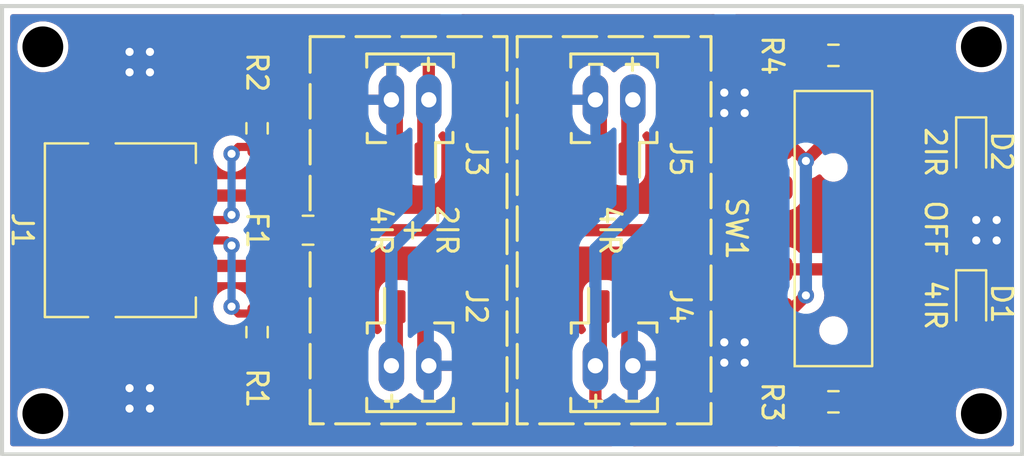
<source format=kicad_pcb>
(kicad_pcb (version 20240108) (generator "pcbnew") (generator_version "8.0")
  (layers (0 "F.Cu" signal) (31 "B.Cu" signal) (34 "B.Paste" user) (35 "F.Paste" user) (36 "B.SilkS" user "B.Silkscreen") (37 "F.SilkS" user "F.Silkscreen") (38 "B.Mask" user) (39 "F.Mask" user) (44 "Edge.Cuts" user))
  (net 0 "")
  (net 1 "GND")
  (net 2 "/CC1")
  (net 3 "/CC2")
  (net 4 "/VBUS")
  (net 5 "VCC_2IR")
  (net 6 "/Power_postFuse")
  (net 7 "Net-(D1-A)")
  (net 8 "Net-(D2-A)")
  (net 10 "VCC_4IR")
  (footprint "sensorstrip:Molex_Picoblade_53261-0271-Hybrid" (layer "F.Cu") (at 120 56.5)
    (property "Reference" "J3" (at 3.25 0 -90) (layer "F.SilkS"))
    (property "Value" "Conn_01x02_MountingPin")
    (fp_line (start -2.125 -4.5) (end -2.125 -5.15) (stroke (width 0.15)) (layer "F.SilkS"))
    (fp_line (start -2.1 -1.25) (end -2.1 -0.8) (stroke (width 0.15)) (layer "F.SilkS"))
    (fp_line (start -2.1 -0.8) (end -1.2 -0.8) (stroke (width 0.15)) (layer "F.SilkS"))
    (fp_line (start 1.25 -0.8) (end 1.25 0.9) (stroke (width 0.15)) (layer "F.SilkS"))
    (fp_line (start 2.1 -1.3) (end 2.1 -0.8) (stroke (width 0.15)) (layer "F.SilkS"))
    (fp_line (start 2.1 -0.8) (end 1.25 -0.8) (stroke (width 0.15)) (layer "F.SilkS"))
    (fp_line (start 2.125 -5.15) (end -2.125 -5.15) (stroke (width 0.15)) (layer "F.SilkS"))
    (fp_line (start 2.125 -4.5) (end 2.125 -5.15) (stroke (width 0.15)) (layer "F.SilkS"))
    (pad "1" smd custom (at 0.625 0) (size 0.8 0.8) (layers "F.Cu") (net 5 "VCC_2IR") (options (clearance outline) (anchor circle)) (primitives (gr_poly (pts (xy -0.4 -0.68) (xy -0.390866 -0.725922) (xy -0.364853 -0.764853) (xy -0.325922 -0.790866) (xy -0.28 -0.8) (xy 0.28 -0.8) (xy 0.325922 -0.790866) (xy 0.364853 -0.764853) (xy 0.390866 -0.725922) (xy 0.4 -0.68) (xy 0.4 0.68) (xy 0.390866 0.725922) (xy 0.364853 0.764853) (xy 0.325922 0.790866) (xy 0.28 0.8) (xy -0.28 0.8) (xy -0.325922 0.790866) (xy -0.364853 0.764853) (xy -0.390866 0.725922) (xy -0.4 0.68)) (width 0) (fill yes)) (gr_poly (pts (xy -0.225 -0.75) (xy -0.225 -2) (xy 0.775 -2) (xy 0.175 -1.4) (xy 0.175 -0.75)) (width 0.1) (fill yes))))
    (pad "1" smd roundrect (at 0.625 0) (size 0.8 1.6) (layers "F.Cu" "F.Paste" "F.Mask") (roundrect_rratio 0.15) (net 5 "VCC_2IR"))
    (pad "1" thru_hole oval (at 0.917 -2.9) (size 1.25 2.5) (drill 0.75) (layers "*.Cu" "*.Mask") (net 5 "VCC_2IR"))
    (pad "2" thru_hole oval (at -0.917 -2.9) (size 1.25 2.5) (drill 0.75) (layers "*.Cu" "*.Mask") (net 1 "GND"))
    (pad "2" smd custom (at -0.625 0) (size 0.8 0.8) (layers "F.Cu") (net 1 "GND") (options (clearance outline) (anchor circle)) (primitives (gr_poly (pts (xy -0.4 -0.68) (xy -0.390866 -0.725922) (xy -0.364853 -0.764853) (xy -0.325922 -0.790866) (xy -0.28 -0.8) (xy 0.28 -0.8) (xy 0.325922 -0.790866) (xy 0.364853 -0.764853) (xy 0.390866 -0.725922) (xy 0.4 -0.68) (xy 0.4 0.68) (xy 0.390866 0.725922) (xy 0.364853 0.764853) (xy 0.325922 0.790866) (xy 0.28 0.8) (xy -0.28 0.8) (xy -0.325922 0.790866) (xy -0.364853 0.764853) (xy -0.390866 0.725922) (xy -0.4 0.68)) (width 0) (fill yes)) (gr_line (start 0.025 0) (end 0.225 0) (width 0.1)) (gr_poly (pts (xy 0.225 -0.75) (xy 0.225 -2) (xy -0.775 -2) (xy -0.175 -1.4) (xy -0.175 -0.75)) (width 0.1) (fill yes))))
    (pad "2" smd roundrect (at -0.625 0) (size 0.8 1.6) (layers "F.Cu" "F.Paste" "F.Mask") (roundrect_rratio 0.15) (net 1 "GND"))
    (pad "MP" smd roundrect (at -3.175 -2.9) (size 2.1 3) (layers "F.Cu" "F.Paste" "F.Mask") (roundrect_rratio 0.12) (net 1 "GND"))
    (pad "MP" smd roundrect (at 3.175 -2.9) (size 2.1 3) (layers "F.Cu" "F.Paste" "F.Mask") (roundrect_rratio 0.12) (net 1 "GND"))
  )
  (footprint "Fuse:Fuse_0805_2012Metric_Pad1.15x1.40mm_HandSolder" (layer "F.Cu") (at 115 60)
    (property "Reference" "F1" (at -2.5 0 -90) (layer "F.SilkS"))
    (property "Value" "Polyfuse")
    (fp_line (start -0.261252 -0.71) (end 0.261252 -0.71) (stroke (width 0.12)) (layer "F.SilkS"))
    (fp_line (start -0.261252 0.71) (end 0.261252 0.71) (stroke (width 0.12)) (layer "F.SilkS"))
    (pad "1" smd roundrect (at -1.025 0) (size 1.15 1.4) (layers "F.Cu" "F.Paste" "F.Mask") (roundrect_rratio 0.2173913043) (net 4 "/VBUS"))
    (pad "2" smd roundrect (at 1.025 0) (size 1.15 1.4) (layers "F.Cu" "F.Paste" "F.Mask") (roundrect_rratio 0.2173913043) (net 6 "/Power_postFuse"))
  )
  (footprint "sensorstrip:K3-2336S-F1" (layer "F.Cu") (at 140.75 59.92 90)
    (property "Reference" "SW1" (at 0 -4.75 -90) (layer "F.SilkS"))
    (property "Value" "SW_DP3T")
    (fp_rect (start -6.75 -1.9) (end 6.75 1.9) (stroke (width 0.12)) (fill none) (layer "F.SilkS"))
    (pad "" np_thru_hole circle (at -5 0 180) (size 0.9 0.9) (drill 0.9) (layers "F&B.Cu" "*.Mask"))
    (pad "" np_thru_hole circle (at 3 0 180) (size 0.9 0.9) (drill 0.9) (layers "F&B.Cu" "*.Mask"))
    (pad "1" smd roundrect (at 4 -2.875) (size 1.75 1.2) (layers "F.Cu" "F.Paste" "F.Mask") (net 5 "VCC_2IR"))
    (pad "2" smd roundrect (at 2 -2.875) (size 1.75 1.2) (layers "F.Cu" "F.Paste" "F.Mask"))
    (pad "3" smd roundrect (at -2 -2.875 180) (size 1.75 1.2) (layers "F.Cu" "F.Paste" "F.Mask") (net 6 "/Power_postFuse"))
    (pad "4" smd roundrect (at -4 -2.875 180) (size 1.75 1.2) (layers "F.Cu" "F.Paste" "F.Mask") (net 5 "VCC_2IR"))
    (pad "5" smd roundrect (at 4 2.875) (size 1.75 1.2) (layers "F.Cu" "F.Paste" "F.Mask") (net 5 "VCC_2IR"))
    (pad "6" smd roundrect (at 2 2.875) (size 1.75 1.2) (layers "F.Cu" "F.Paste" "F.Mask"))
    (pad "7" smd roundrect (at -2 2.875 180) (size 1.75 1.2) (layers "F.Cu" "F.Paste" "F.Mask") (net 6 "/Power_postFuse"))
    (pad "8" smd roundrect (at -4 2.875 180) (size 1.75 1.2) (layers "F.Cu" "F.Paste" "F.Mask") (net 10 "VCC_4IR"))
  )
  (footprint "Resistor_SMD:R_0603_1608Metric_Pad0.98x0.95mm_HandSolder" (layer "F.Cu") (at 112.5 65 90)
    (property "Reference" "R1" (at -2.75 0 -90) (layer "F.SilkS"))
    (property "Value" "5.1K")
    (fp_line (start -0.254724 -0.5225) (end 0.254724 -0.5225) (stroke (width 0.12)) (layer "F.SilkS"))
    (fp_line (start -0.254724 0.5225) (end 0.254724 0.5225) (stroke (width 0.12)) (layer "F.SilkS"))
    (pad "1" smd roundrect (at -0.9125 0 90) (size 0.975 0.95) (layers "F.Cu" "F.Paste" "F.Mask") (net 1 "GND"))
    (pad "2" smd roundrect (at 0.9125 0 90) (size 0.975 0.95) (layers "F.Cu" "F.Paste" "F.Mask") (net 3 "/CC2"))
  )
  (footprint "LED_SMD:LED_0603_1608Metric_Pad1.05x0.95mm_HandSolder" (layer "F.Cu") (at 147.5 63.625 -90)
    (property "Reference" "D1" (at -0.025 -1.5 -90) (layer "F.SilkS"))
    (property "Value" "LED")
    (fp_line (start -1.66 0.735) (end 0.8 0.735) (stroke (width 0.12)) (layer "F.SilkS"))
    (fp_line (start -1.66 -0.735) (end -1.66 0.735) (stroke (width 0.12)) (layer "F.SilkS"))
    (fp_line (start 0.8 -0.735) (end -1.66 -0.735) (stroke (width 0.12)) (layer "F.SilkS"))
    (pad "1" smd roundrect (at -0.875 0 270) (size 1.05 0.95) (layers "F.Cu" "F.Paste" "F.Mask") (net 1 "GND"))
    (pad "2" smd roundrect (at 0.875 0 270) (size 1.05 0.95) (layers "F.Cu" "F.Paste" "F.Mask") (net 7 "Net-(D1-A)"))
  )
  (footprint "sensorstrip:Molex_Picoblade_53261-0271-Hybrid" (layer "F.Cu") (at 120 63.75 180)
    (property "Reference" "J2" (at -3.25 0 -90) (layer "F.SilkS"))
    (property "Value" "Conn_01x02_MountingPin")
    (fp_line (start 2.125 -4.5) (end 2.125 -5.15) (stroke (width 0.15)) (layer "F.SilkS"))
    (fp_line (start 2.125 -5.15) (end -2.125 -5.15) (stroke (width 0.15)) (layer "F.SilkS"))
    (fp_line (start 2.1 -0.8) (end 1.25 -0.8) (stroke (width 0.15)) (layer "F.SilkS"))
    (fp_line (start 2.1 -1.3) (end 2.1 -0.8) (stroke (width 0.15)) (layer "F.SilkS"))
    (fp_line (start 1.25 -0.8) (end 1.25 0.9) (stroke (width 0.15)) (layer "F.SilkS"))
    (fp_line (start -2.1 -0.8) (end -1.2 -0.8) (stroke (width 0.15)) (layer "F.SilkS"))
    (fp_line (start -2.1 -1.25) (end -2.1 -0.8) (stroke (width 0.15)) (layer "F.SilkS"))
    (fp_line (start -2.125 -4.5) (end -2.125 -5.15) (stroke (width 0.15)) (layer "F.SilkS"))
    (pad "1" smd custom (at 0.625 0 180) (size 0.8 0.8) (layers "F.Cu") (net 5 "VCC_2IR") (options (clearance outline) (anchor circle)) (primitives (gr_poly (pts (xy -0.4 -0.68) (xy -0.390866 -0.725922) (xy -0.364853 -0.764853) (xy -0.325922 -0.790866) (xy -0.28 -0.8) (xy 0.28 -0.8) (xy 0.325922 -0.790866) (xy 0.364853 -0.764853) (xy 0.390866 -0.725922) (xy 0.4 -0.68) (xy 0.4 0.68) (xy 0.390866 0.725922) (xy 0.364853 0.764853) (xy 0.325922 0.790866) (xy 0.28 0.8) (xy -0.28 0.8) (xy -0.325922 0.790866) (xy -0.364853 0.764853) (xy -0.390866 0.725922) (xy -0.4 0.68)) (width 0) (fill yes)) (gr_poly (pts (xy -0.225 -0.75) (xy -0.225 -2) (xy 0.775 -2) (xy 0.175 -1.4) (xy 0.175 -0.75)) (width 0.1) (fill yes))))
    (pad "1" smd roundrect (at 0.625 0 180) (size 0.8 1.6) (layers "F.Cu" "F.Paste" "F.Mask") (roundrect_rratio 0.15) (net 5 "VCC_2IR"))
    (pad "1" thru_hole oval (at 0.917 -2.9 180) (size 1.25 2.5) (drill 0.75) (layers "*.Cu" "*.Mask") (net 5 "VCC_2IR"))
    (pad "2" thru_hole oval (at -0.917 -2.9 180) (size 1.25 2.5) (drill 0.75) (layers "*.Cu" "*.Mask") (net 1 "GND"))
    (pad "2" smd custom (at -0.625 0 180) (size 0.8 0.8) (layers "F.Cu") (net 1 "GND") (options (clearance outline) (anchor circle)) (primitives (gr_poly (pts (xy -0.4 -0.68) (xy -0.390866 -0.725922) (xy -0.364853 -0.764853) (xy -0.325922 -0.790866) (xy -0.28 -0.8) (xy 0.28 -0.8) (xy 0.325922 -0.790866) (xy 0.364853 -0.764853) (xy 0.390866 -0.725922) (xy 0.4 -0.68) (xy 0.4 0.68) (xy 0.390866 0.725922) (xy 0.364853 0.764853) (xy 0.325922 0.790866) (xy 0.28 0.8) (xy -0.28 0.8) (xy -0.325922 0.790866) (xy -0.364853 0.764853) (xy -0.390866 0.725922) (xy -0.4 0.68)) (width 0) (fill yes)) (gr_line (start 0.025 0) (end 0.225 0) (width 0.1)) (gr_poly (pts (xy 0.225 -0.75) (xy 0.225 -2) (xy -0.775 -2) (xy -0.175 -1.4) (xy -0.175 -0.75)) (width 0.1) (fill yes))))
    (pad "2" smd roundrect (at -0.625 0 180) (size 0.8 1.6) (layers "F.Cu" "F.Paste" "F.Mask") (roundrect_rratio 0.15) (net 1 "GND"))
    (pad "MP" smd roundrect (at -3.175 -2.9 180) (size 2.1 3) (layers "F.Cu" "F.Paste" "F.Mask") (roundrect_rratio 0.12) (net 1 "GND"))
    (pad "MP" smd roundrect (at 3.175 -2.9 180) (size 2.1 3) (layers "F.Cu" "F.Paste" "F.Mask") (roundrect_rratio 0.12) (net 1 "GND"))
  )
  (footprint "LED_SMD:LED_0603_1608Metric_Pad1.05x0.95mm_HandSolder" (layer "F.Cu") (at 147.5 56.125 -90)
    (property "Reference" "D2" (at 0 -1.5 -90) (layer "F.SilkS"))
    (property "Value" "LED")
    (fp_line (start -1.66 0.735) (end 0.8 0.735) (stroke (width 0.12)) (layer "F.SilkS"))
    (fp_line (start -1.66 -0.735) (end -1.66 0.735) (stroke (width 0.12)) (layer "F.SilkS"))
    (fp_line (start 0.8 -0.735) (end -1.66 -0.735) (stroke (width 0.12)) (layer "F.SilkS"))
    (pad "1" smd roundrect (at -0.875 0 270) (size 1.05 0.95) (layers "F.Cu" "F.Paste" "F.Mask") (net 1 "GND"))
    (pad "2" smd roundrect (at 0.875 0 270) (size 1.05 0.95) (layers "F.Cu" "F.Paste" "F.Mask") (net 8 "Net-(D2-A)"))
  )
  (footprint "Resistor_SMD:R_0603_1608Metric_Pad0.98x0.95mm_HandSolder" (layer "F.Cu") (at 140.75 68.42 180)
    (property "Reference" "R3" (at 3 0 -90) (layer "F.SilkS"))
    (property "Value" "1K")
    (fp_line (start -0.254724 0.5225) (end 0.254724 0.5225) (stroke (width 0.12)) (layer "F.SilkS"))
    (fp_line (start -0.254724 -0.5225) (end 0.254724 -0.5225) (stroke (width 0.12)) (layer "F.SilkS"))
    (pad "1" smd roundrect (at -0.9125 0 180) (size 0.975 0.95) (layers "F.Cu" "F.Paste" "F.Mask") (net 7 "Net-(D1-A)"))
    (pad "2" smd roundrect (at 0.9125 0 180) (size 0.975 0.95) (layers "F.Cu" "F.Paste" "F.Mask") (net 10 "VCC_4IR"))
  )
  (footprint "sensorstrip:MountingHole-2mm-NPTH" (layer "F.Cu") (at 148 69)
    (property "Reference" "REF**" (hide yes))
    (property "Value" "MountingHole-2mm-NPTH" (hide yes))
    (pad "" np_thru_hole circle (at 0 0) (size 3 3) (drill 2) (layers "*.Mask"))
  )
  (footprint "sensorstrip:MountingHole-2mm-NPTH" (layer "F.Cu") (at 148 51)
    (property "Reference" "REF**" (hide yes))
    (property "Value" "MountingHole-2mm-NPTH" (hide yes))
    (pad "" np_thru_hole circle (at 0 0) (size 3 3) (drill 2) (layers "*.Mask"))
  )
  (footprint "sensorstrip:DEALON USB Type-C 6Pin" (layer "F.Cu") (at 109 60 -90)
    (property "Reference" "J1" (at 0 8 -90) (layer "F.SilkS"))
    (property "Value" "USB_C_Receptacle_PowerOnly")
    (fp_line (start -4.26 6.9) (end 4.26 6.9) (stroke (width 0.12)) (layer "F.SilkS"))
    (fp_line (start -4.26 4.78) (end -4.26 6.9) (stroke (width 0.12)) (layer "F.SilkS"))
    (fp_line (start 4.26 4.78) (end 4.26 6.9) (stroke (width 0.12)) (layer "F.SilkS"))
    (fp_line (start 4.26 3.43) (end 4.26 -0.5) (stroke (width 0.12)) (layer "F.SilkS"))
    (fp_line (start -4.26 -0.5) (end -4.26 3.43) (stroke (width 0.12)) (layer "F.SilkS"))
    (fp_line (start -3.3 -0.5) (end -4.25 -0.5) (stroke (width 0.12)) (layer "F.SilkS"))
    (fp_line (start 4.26 -0.5) (end 3.3 -0.5) (stroke (width 0.12)) (layer "F.SilkS"))
    (pad "A5" smd rect (at -0.5 0 270) (size 0.7 1) (layers "F.Cu" "F.Paste" "F.Mask") (net 2 "/CC1"))
    (pad "A9" smd rect (at 1.52 0 270) (size 0.8 1) (layers "F.Cu" "F.Paste" "F.Mask") (net 4 "/VBUS"))
    (pad "A12" smd rect (at 2.75 0 270) (size 0.9 1) (layers "F.Cu" "F.Paste" "F.Mask") (net 1 "GND"))
    (pad "B5" smd rect (at 0.5 0 270) (size 0.7 1) (layers "F.Cu" "F.Paste" "F.Mask") (net 3 "/CC2"))
    (pad "B9" smd rect (at -1.52 0 270) (size 0.8 1) (layers "F.Cu" "F.Paste" "F.Mask") (net 4 "/VBUS"))
    (pad "B12" smd rect (at -2.75 0 270) (size 0.9 1) (layers "F.Cu" "F.Paste" "F.Mask") (net 1 "GND"))
    (pad "S1" smd rect (at -5.42 4.1 270) (size 2.4 1.2) (layers "F.Cu" "F.Paste" "F.Mask") (net 1 "GND"))
    (pad "S1" smd rect (at -5.32 0.5 270) (size 2 1) (layers "F.Cu" "F.Paste" "F.Mask") (net 1 "GND"))
    (pad "S1" smd rect (at 5.32 0.5 270) (size 2 1) (layers "F.Cu" "F.Paste" "F.Mask") (net 1 "GND"))
    (pad "S1" smd rect (at 5.42 4.1 270) (size 2.4 1.2) (layers "F.Cu" "F.Paste" "F.Mask") (net 1 "GND"))
  )
  (footprint "Resistor_SMD:R_0603_1608Metric_Pad0.98x0.95mm_HandSolder" (layer "F.Cu") (at 112.5 55 -90)
    (property "Reference" "R2" (at -2.75 0 -90) (layer "F.SilkS"))
    (property "Value" "5.1K")
    (fp_line (start -0.254724 0.5225) (end 0.254724 0.5225) (stroke (width 0.12)) (layer "F.SilkS"))
    (fp_line (start -0.254724 -0.5225) (end 0.254724 -0.5225) (stroke (width 0.12)) (layer "F.SilkS"))
    (pad "1" smd roundrect (at -0.9125 0 270) (size 0.975 0.95) (layers "F.Cu" "F.Paste" "F.Mask") (net 1 "GND"))
    (pad "2" smd roundrect (at 0.9125 0 270) (size 0.975 0.95) (layers "F.Cu" "F.Paste" "F.Mask") (net 2 "/CC1"))
  )
  (footprint "sensorstrip:Molex_Picoblade_53261-0271-Hybrid" (layer "F.Cu") (at 130 63.75 180)
    (property "Reference" "J4" (at -3.25 0 -90) (layer "F.SilkS"))
    (property "Value" "Conn_01x02_MountingPin")
    (fp_line (start 2.125 -4.5) (end 2.125 -5.15) (stroke (width 0.15)) (layer "F.SilkS"))
    (fp_line (start 2.125 -5.15) (end -2.125 -5.15) (stroke (width 0.15)) (layer "F.SilkS"))
    (fp_line (start 2.1 -0.8) (end 1.25 -0.8) (stroke (width 0.15)) (layer "F.SilkS"))
    (fp_line (start 2.1 -1.3) (end 2.1 -0.8) (stroke (width 0.15)) (layer "F.SilkS"))
    (fp_line (start 1.25 -0.8) (end 1.25 0.9) (stroke (width 0.15)) (layer "F.SilkS"))
    (fp_line (start -2.1 -0.8) (end -1.2 -0.8) (stroke (width 0.15)) (layer "F.SilkS"))
    (fp_line (start -2.1 -1.25) (end -2.1 -0.8) (stroke (width 0.15)) (layer "F.SilkS"))
    (fp_line (start -2.125 -4.5) (end -2.125 -5.15) (stroke (width 0.15)) (layer "F.SilkS"))
    (pad "1" smd custom (at 0.625 0 180) (size 0.8 0.8) (layers "F.Cu") (net 10 "VCC_4IR") (options (clearance outline) (anchor circle)) (primitives (gr_poly (pts (xy -0.4 -0.68) (xy -0.390866 -0.725922) (xy -0.364853 -0.764853) (xy -0.325922 -0.790866) (xy -0.28 -0.8) (xy 0.28 -0.8) (xy 0.325922 -0.790866) (xy 0.364853 -0.764853) (xy 0.390866 -0.725922) (xy 0.4 -0.68) (xy 0.4 0.68) (xy 0.390866 0.725922) (xy 0.364853 0.764853) (xy 0.325922 0.790866) (xy 0.28 0.8) (xy -0.28 0.8) (xy -0.325922 0.790866) (xy -0.364853 0.764853) (xy -0.390866 0.725922) (xy -0.4 0.68)) (width 0) (fill yes)) (gr_poly (pts (xy -0.225 -0.75) (xy -0.225 -2) (xy 0.775 -2) (xy 0.175 -1.4) (xy 0.175 -0.75)) (width 0.1) (fill yes))))
    (pad "1" smd roundrect (at 0.625 0 180) (size 0.8 1.6) (layers "F.Cu" "F.Paste" "F.Mask") (roundrect_rratio 0.15) (net 10 "VCC_4IR"))
    (pad "1" thru_hole oval (at 0.917 -2.9 180) (size 1.25 2.5) (drill 0.75) (layers "*.Cu" "*.Mask") (net 10 "VCC_4IR"))
    (pad "2" thru_hole oval (at -0.917 -2.9 180) (size 1.25 2.5) (drill 0.75) (layers "*.Cu" "*.Mask") (net 1 "GND"))
    (pad "2" smd custom (at -0.625 0 180) (size 0.8 0.8) (layers "F.Cu") (net 1 "GND") (options (clearance outline) (anchor circle)) (primitives (gr_poly (pts (xy -0.4 -0.68) (xy -0.390866 -0.725922) (xy -0.364853 -0.764853) (xy -0.325922 -0.790866) (xy -0.28 -0.8) (xy 0.28 -0.8) (xy 0.325922 -0.790866) (xy 0.364853 -0.764853) (xy 0.390866 -0.725922) (xy 0.4 -0.68) (xy 0.4 0.68) (xy 0.390866 0.725922) (xy 0.364853 0.764853) (xy 0.325922 0.790866) (xy 0.28 0.8) (xy -0.28 0.8) (xy -0.325922 0.790866) (xy -0.364853 0.764853) (xy -0.390866 0.725922) (xy -0.4 0.68)) (width 0) (fill yes)) (gr_line (start 0.025 0) (end 0.225 0) (width 0.1)) (gr_poly (pts (xy 0.225 -0.75) (xy 0.225 -2) (xy -0.775 -2) (xy -0.175 -1.4) (xy -0.175 -0.75)) (width 0.1) (fill yes))))
    (pad "2" smd roundrect (at -0.625 0 180) (size 0.8 1.6) (layers "F.Cu" "F.Paste" "F.Mask") (roundrect_rratio 0.15) (net 1 "GND"))
    (pad "MP" smd roundrect (at -3.175 -2.9 180) (size 2.1 3) (layers "F.Cu" "F.Paste" "F.Mask") (roundrect_rratio 0.12) (net 1 "GND"))
    (pad "MP" smd roundrect (at 3.175 -2.9 180) (size 2.1 3) (layers "F.Cu" "F.Paste" "F.Mask") (roundrect_rratio 0.12) (net 1 "GND"))
  )
  (footprint "sensorstrip:MountingHole-2mm-NPTH" (layer "F.Cu") (at 102 51)
    (property "Reference" "REF**" (hide yes))
    (property "Value" "MountingHole-2mm-NPTH" (hide yes))
    (pad "" np_thru_hole circle (at 0 0) (size 3 3) (drill 2) (layers "*.Mask"))
  )
  (footprint "Resistor_SMD:R_0603_1608Metric_Pad0.98x0.95mm_HandSolder" (layer "F.Cu") (at 140.75 51.42 180)
    (property "Reference" "R4" (at 3 0 -90) (layer "F.SilkS"))
    (property "Value" "1K")
    (fp_line (start -0.254724 0.5225) (end 0.254724 0.5225) (stroke (width 0.12)) (layer "F.SilkS"))
    (fp_line (start -0.254724 -0.5225) (end 0.254724 -0.5225) (stroke (width 0.12)) (layer "F.SilkS"))
    (pad "1" smd roundrect (at -0.9125 0 180) (size 0.975 0.95) (layers "F.Cu" "F.Paste" "F.Mask") (net 8 "Net-(D2-A)"))
    (pad "2" smd roundrect (at 0.9125 0 180) (size 0.975 0.95) (layers "F.Cu" "F.Paste" "F.Mask") (net 5 "VCC_2IR"))
  )
  (footprint "sensorstrip:Molex_Picoblade_53261-0271-Hybrid" (layer "F.Cu") (at 130 56.5)
    (property "Reference" "J5" (at 3.25 0 -90) (layer "F.SilkS"))
    (property "Value" "Conn_01x02_MountingPin")
    (fp_line (start -2.125 -4.5) (end -2.125 -5.15) (stroke (width 0.15)) (layer "F.SilkS"))
    (fp_line (start -2.1 -1.25) (end -2.1 -0.8) (stroke (width 0.15)) (layer "F.SilkS"))
    (fp_line (start -2.1 -0.8) (end -1.2 -0.8) (stroke (width 0.15)) (layer "F.SilkS"))
    (fp_line (start 1.25 -0.8) (end 1.25 0.9) (stroke (width 0.15)) (layer "F.SilkS"))
    (fp_line (start 2.1 -1.3) (end 2.1 -0.8) (stroke (width 0.15)) (layer "F.SilkS"))
    (fp_line (start 2.1 -0.8) (end 1.25 -0.8) (stroke (width 0.15)) (layer "F.SilkS"))
    (fp_line (start 2.125 -5.15) (end -2.125 -5.15) (stroke (width 0.15)) (layer "F.SilkS"))
    (fp_line (start 2.125 -4.5) (end 2.125 -5.15) (stroke (width 0.15)) (layer "F.SilkS"))
    (pad "1" smd custom (at 0.625 0) (size 0.8 0.8) (layers "F.Cu") (net 10 "VCC_4IR") (options (clearance outline) (anchor circle)) (primitives (gr_poly (pts (xy -0.4 -0.68) (xy -0.390866 -0.725922) (xy -0.364853 -0.764853) (xy -0.325922 -0.790866) (xy -0.28 -0.8) (xy 0.28 -0.8) (xy 0.325922 -0.790866) (xy 0.364853 -0.764853) (xy 0.390866 -0.725922) (xy 0.4 -0.68) (xy 0.4 0.68) (xy 0.390866 0.725922) (xy 0.364853 0.764853) (xy 0.325922 0.790866) (xy 0.28 0.8) (xy -0.28 0.8) (xy -0.325922 0.790866) (xy -0.364853 0.764853) (xy -0.390866 0.725922) (xy -0.4 0.68)) (width 0) (fill yes)) (gr_poly (pts (xy -0.225 -0.75) (xy -0.225 -2) (xy 0.775 -2) (xy 0.175 -1.4) (xy 0.175 -0.75)) (width 0.1) (fill yes))))
    (pad "1" smd roundrect (at 0.625 0) (size 0.8 1.6) (layers "F.Cu" "F.Paste" "F.Mask") (roundrect_rratio 0.15) (net 10 "VCC_4IR"))
    (pad "1" thru_hole oval (at 0.917 -2.9) (size 1.25 2.5) (drill 0.75) (layers "*.Cu" "*.Mask") (net 10 "VCC_4IR"))
    (pad "2" thru_hole oval (at -0.917 -2.9) (size 1.25 2.5) (drill 0.75) (layers "*.Cu" "*.Mask") (net 1 "GND"))
    (pad "2" smd custom (at -0.625 0) (size 0.8 0.8) (layers "F.Cu") (net 1 "GND") (options (clearance outline) (anchor circle)) (primitives (gr_poly (pts (xy -0.4 -0.68) (xy -0.390866 -0.725922) (xy -0.364853 -0.764853) (xy -0.325922 -0.790866) (xy -0.28 -0.8) (xy 0.28 -0.8) (xy 0.325922 -0.790866) (xy 0.364853 -0.764853) (xy 0.390866 -0.725922) (xy 0.4 -0.68) (xy 0.4 0.68) (xy 0.390866 0.725922) (xy 0.364853 0.764853) (xy 0.325922 0.790866) (xy 0.28 0.8) (xy -0.28 0.8) (xy -0.325922 0.790866) (xy -0.364853 0.764853) (xy -0.390866 0.725922) (xy -0.4 0.68)) (width 0) (fill yes)) (gr_line (start 0.025 0) (end 0.225 0) (width 0.1)) (gr_poly (pts (xy 0.225 -0.75) (xy 0.225 -2) (xy -0.775 -2) (xy -0.175 -1.4) (xy -0.175 -0.75)) (width 0.1) (fill yes))))
    (pad "2" smd roundrect (at -0.625 0) (size 0.8 1.6) (layers "F.Cu" "F.Paste" "F.Mask") (roundrect_rratio 0.15) (net 1 "GND"))
    (pad "MP" smd roundrect (at -3.175 -2.9) (size 2.1 3) (layers "F.Cu" "F.Paste" "F.Mask") (roundrect_rratio 0.12) (net 1 "GND"))
    (pad "MP" smd roundrect (at 3.175 -2.9) (size 2.1 3) (layers "F.Cu" "F.Paste" "F.Mask") (roundrect_rratio 0.12) (net 1 "GND"))
  )
  (footprint "sensorstrip:MountingHole-2mm-NPTH" (layer "F.Cu") (at 102 69)
    (property "Reference" "REF**" (hide yes))
    (property "Value" "MountingHole-2mm-NPTH" (hide yes))
    (pad "" np_thru_hole circle (at 0 0) (size 3 3) (drill 2) (layers "*.Mask"))
  )
  (gr_line (start 115.1 50.5) (end 124.75 50.5) (stroke (width 0.15) (type dash)) (layer "F.SilkS"))
  (gr_line (start 115.1 59) (end 115.1 50.5) (stroke (width 0.15) (type dash)) (layer "F.SilkS"))
  (gr_line (start 115.1 69.5) (end 115.1 61) (stroke (width 0.15) (type dash)) (layer "F.SilkS"))
  (gr_line (start 124.75 50.5) (end 124.75 69.5) (stroke (width 0.15) (type dash)) (layer "F.SilkS"))
  (gr_rect (start 125.25 50.5) (end 134.75 69.5) (stroke (width 0.15) (type dash)) (fill none) (layer "F.SilkS"))
  (gr_line (start 124.75 69.5) (end 115.1 69.5) (stroke (width 0.15) (type dash)) (layer "F.SilkS"))
  (gr_rect (start 100 49) (end 150 71) (stroke (width 0.2)) (fill none) (layer "Edge.Cuts"))
  (gr_text "OFF" (at 145.75 59.92 -90) (layer "F.SilkS") (effects (font (size 1 1))))
  (gr_text "4IR" (at 129.8 60 270) (layer "F.SilkS") (effects (font (size 1 1))))
  (gr_text "2IR\n+\n4IR" (at 120.2 60 270) (layer "F.SilkS") (effects (font (size 1 1))))
  (gr_text "+" (at 130.9 51.8 0) (layer "F.SilkS") (effects (font (size 0.8 0.8))))
  (gr_text "-" (at 120.9 68.45 180) (layer "F.SilkS") (effects (font (size 0.8 0.8))))
  (gr_text "4IR" (at 145.75 63.67 -90) (layer "F.SilkS") (effects (font (size 1 1))))
  (gr_text "+" (at 120.9 51.8 0) (layer "F.SilkS") (effects (font (size 0.8 0.8))))
  (gr_text "-" (at 119.1 51.8 0) (layer "F.SilkS") (effects (font (size 0.8 0.8))))
  (gr_text "-" (at 130.9 68.45 180) (layer "F.SilkS") (effects (font (size 0.8 0.8))))
  (gr_text "-" (at 129.1 51.8 0) (layer "F.SilkS") (effects (font (size 0.8 0.8))))
  (gr_text "+" (at 119.1 68.45 180) (layer "F.SilkS") (effects (font (size 0.8 0.8))))
  (gr_text "2IR" (at 145.75 56.17 -90) (layer "F.SilkS") (effects (font (size 1 1) (thickness 0.15) (bold yes))))
  (gr_text "+" (at 129.1 68.45 180) (layer "F.SilkS") (effects (font (size 0.8 0.8))))
  (via (at 107.25 51.25) (size 0.8) (drill 0.4) (layers "F.Cu" "B.Cu") (net 1))
  (via (at 147.75 59.5) (size 0.8) (drill 0.4) (layers "F.Cu" "B.Cu") (net 1))
  (via (at 136.4 66.5) (size 0.8) (drill 0.4) (layers "F.Cu" "B.Cu") (net 1))
  (via (at 106.25 68.75) (size 0.8) (drill 0.4) (layers "F.Cu" "B.Cu") (net 1))
  (via (at 148.75 60.5) (size 0.8) (drill 0.4) (layers "F.Cu" "B.Cu") (net 1))
  (via (at 107.25 67.75) (size 0.8) (drill 0.4) (layers "F.Cu" "B.Cu") (net 1))
  (via (at 106.25 67.75) (size 0.8) (drill 0.4) (layers "F.Cu" "B.Cu") (net 1))
  (via (at 135.4 54.25) (size 0.8) (drill 0.4) (layers "F.Cu" "B.Cu") (net 1))
  (via (at 135.4 53.25) (size 0.8) (drill 0.4) (layers "F.Cu" "B.Cu") (net 1))
  (via (at 135.4 65.5) (size 0.8) (drill 0.4) (layers "F.Cu" "B.Cu") (net 1))
  (via (at 106.25 51.25) (size 0.8) (drill 0.4) (layers "F.Cu" "B.Cu") (net 1))
  (via (at 148.75 59.5) (size 0.8) (drill 0.4) (layers "F.Cu" "B.Cu") (net 1))
  (via (at 106.25 52.25) (size 0.8) (drill 0.4) (layers "F.Cu" "B.Cu") (net 1))
  (via (at 147.75 60.5) (size 0.8) (drill 0.4) (layers "F.Cu" "B.Cu") (net 1))
  (via (at 135.4 66.5) (size 0.8) (drill 0.4) (layers "F.Cu" "B.Cu") (net 1))
  (via (at 136.4 53.25) (size 0.8) (drill 0.4) (layers "F.Cu" "B.Cu") (net 1))
  (via (at 136.4 54.25) (size 0.8) (drill 0.4) (layers "F.Cu" "B.Cu") (net 1))
  (via (at 107.25 52.25) (size 0.8) (drill 0.4) (layers "F.Cu" "B.Cu") (net 1))
  (via (at 136.4 65.5) (size 0.8) (drill 0.4) (layers "F.Cu" "B.Cu") (net 1))
  (via (at 107.25 68.75) (size 0.8) (drill 0.4) (layers "F.Cu" "B.Cu") (net 1))
  (segment (start 111.5875 55.9125) (end 111.25 56.25) (width 0.4) (layer "F.Cu") (net 2))
  (segment (start 111 59.5) (end 111.25 59.25) (width 0.4) (layer "F.Cu") (net 2))
  (segment (start 109 59.5) (end 111 59.5) (width 0.4) (layer "F.Cu") (net 2))
  (segment (start 112.5 55.9125) (end 111.5875 55.9125) (width 0.4) (layer "F.Cu") (net 2))
  (via (at 111.25 56.25) (size 0.8) (drill 0.4) (layers "F.Cu" "B.Cu") (net 2))
  (via (at 111.25 59.25) (size 0.8) (drill 0.4) (layers "F.Cu" "B.Cu") (net 2))
  (segment (start 111.25 59.25) (end 111.25 56.25) (width 0.4) (layer "B.Cu") (net 2))
  (segment (start 112.5 64.0875) (end 111.5875 64.0875) (width 0.4) (layer "F.Cu") (net 3))
  (segment (start 111.5875 64.0875) (end 111.25 63.75) (width 0.4) (layer "F.Cu") (net 3))
  (segment (start 109 60.5) (end 111 60.5) (width 0.4) (layer "F.Cu") (net 3))
  (segment (start 111 60.5) (end 111.25 60.75) (width 0.4) (layer "F.Cu") (net 3))
  (via (at 111.25 63.75) (size 0.8) (drill 0.4) (layers "F.Cu" "B.Cu") (net 3))
  (via (at 111.25 60.75) (size 0.8) (drill 0.4) (layers "F.Cu" "B.Cu") (net 3))
  (segment (start 111.25 60.75) (end 111.25 63.75) (width 0.4) (layer "B.Cu") (net 3))
  (segment (start 112.8 58.3) (end 113.975 59.475) (width 0.6) (layer "F.Cu") (net 4))
  (segment (start 109 58.48) (end 110.1 58.48) (width 0.6) (layer "F.Cu") (net 4))
  (segment (start 113.975 60.575) (end 113.975 60.05) (width 0.6) (layer "F.Cu") (net 4))
  (segment (start 110.28 58.3) (end 112.8 58.3) (width 0.6) (layer "F.Cu") (net 4))
  (segment (start 110.1 58.48) (end 110.28 58.3) (width 0.6) (layer "F.Cu") (net 4))
  (segment (start 110.28 61.75) (end 112.8 61.75) (width 0.6) (layer "F.Cu") (net 4))
  (segment (start 110.1 61.57) (end 110.28 61.75) (width 0.6) (layer "F.Cu") (net 4))
  (segment (start 109 61.57) (end 110.1 61.57) (width 0.6) (layer "F.Cu") (net 4))
  (segment (start 112.8 61.75) (end 113.975 60.575) (width 0.6) (layer "F.Cu") (net 4))
  (segment (start 113.975 59.475) (end 113.975 60) (width 0.6) (layer "F.Cu") (net 4))
  (segment (start 134.85 49.7) (end 137.875 52.725) (width 0.6) (layer "F.Cu") (net 5))
  (segment (start 139.4 56.6) (end 140.08 55.92) (width 0.6) (layer "F.Cu") (net 5))
  (segment (start 138.72 55.92) (end 139.4 56.6) (width 0.6) (layer "F.Cu") (net 5))
  (segment (start 138.68 63.92) (end 139.4 63.2) (width 0.6) (layer "F.Cu") (net 5))
  (segment (start 120.917 51.383) (end 120.917 53.6) (width 0.6) (layer "F.Cu") (net 5))
  (segment (start 122.6 49.7) (end 120.917 51.383) (width 0.6) (layer "F.Cu") (net 5))
  (segment (start 137.875 55.92) (end 138.72 55.92) (width 0.6) (layer "F.Cu") (net 5))
  (segment (start 139.8375 51.42) (end 139.18 51.42) (width 0.6) (layer "F.Cu") (net 5))
  (segment (start 137.875 63.92) (end 138.68 63.92) (width 0.6) (layer "F.Cu") (net 5))
  (segment (start 134.85 49.7) (end 122.6 49.7) (width 0.6) (layer "F.Cu") (net 5))
  (segment (start 140.08 55.92) (end 143.625 55.92) (width 0.6) (layer "F.Cu") (net 5))
  (segment (start 137.875 52.725) (end 137.875 55.92) (width 0.6) (layer "F.Cu") (net 5))
  (segment (start 139.18 51.42) (end 137.875 52.725) (width 0.6) (layer "F.Cu") (net 5))
  (via (at 139.4 56.6) (size 0.8) (drill 0.4) (layers "F.Cu" "B.Cu") (net 5))
  (via (at 139.4 63.2) (size 0.8) (drill 0.4) (layers "F.Cu" "B.Cu") (net 5))
  (segment (start 120.917 59.083) (end 120.917 53.6) (width 0.6) (layer "B.Cu") (net 5))
  (segment (start 119.083 66.65) (end 119.083 60.917) (width 0.6) (layer "B.Cu") (net 5))
  (segment (start 119.083 60.917) (end 120.917 59.083) (width 0.6) (layer "B.Cu") (net 5))
  (segment (start 139.4 63.2) (end 139.4 56.6) (width 0.6) (layer "B.Cu") (net 5))
  (segment (start 116.025 60) (end 135.955 60) (width 0.6) (layer "F.Cu") (net 6))
  (segment (start 135.955 60) (end 137.875 61.92) (width 0.6) (layer "F.Cu") (net 6))
  (segment (start 143.625 61.92) (end 137.875 61.92) (width 0.6) (layer "F.Cu") (net 6))
  (segment (start 146.3 64.5) (end 147.5 64.5) (width 0.6) (layer "F.Cu") (net 7))
  (segment (start 141.6625 68.42) (end 142.38 68.42) (width 0.6) (layer "F.Cu") (net 7))
  (segment (start 142.38 68.42) (end 146.3 64.5) (width 0.6) (layer "F.Cu") (net 7))
  (segment (start 147.5 57) (end 147.2425 57) (width 0.6) (layer "F.Cu") (net 8))
  (segment (start 147.2425 57) (end 141.6625 51.42) (width 0.6) (layer "F.Cu") (net 8))
  (segment (start 143.625 63.92) (end 139.8375 67.7075) (width 0.6) (layer "F.Cu") (net 10))
  (segment (start 131 70.3) (end 129.083 68.383) (width 0.6) (layer "F.Cu") (net 10))
  (segment (start 139.8375 67.7075) (end 139.8375 68.42) (width 0.6) (layer "F.Cu") (net 10))
  (segment (start 131 70.3) (end 137.9575 70.3) (width 0.6) (layer "F.Cu") (net 10))
  (segment (start 139.8375 68.42) (end 137.9575 70.3) (width 0.6) (layer "F.Cu") (net 10))
  (segment (start 129.083 68.383) (end 129.083 66.65) (width 0.6) (layer "F.Cu") (net 10))
  (segment (start 130.917 59.083) (end 130.917 53.6) (width 0.6) (layer "B.Cu") (net 10))
  (segment (start 129.083 60.917) (end 130.917 59.083) (width 0.6) (layer "B.Cu") (net 10))
  (segment (start 129.083 66.65) (end 129.083 60.917) (width 0.6) (layer "B.Cu") (net 10))
  (zone (net 1) (net_name "GND") (layers "F&B.Cu") (connect_pads (clearance 0.5)) (min_thickness 0.25) (fill yes (thermal_gap 0.5) (thermal_bridge_width 0.5))
    (polygon (pts (xy 100 49) (xy 100 71) (xy 150 71) (xy 150 49)))
  )
)
</source>
